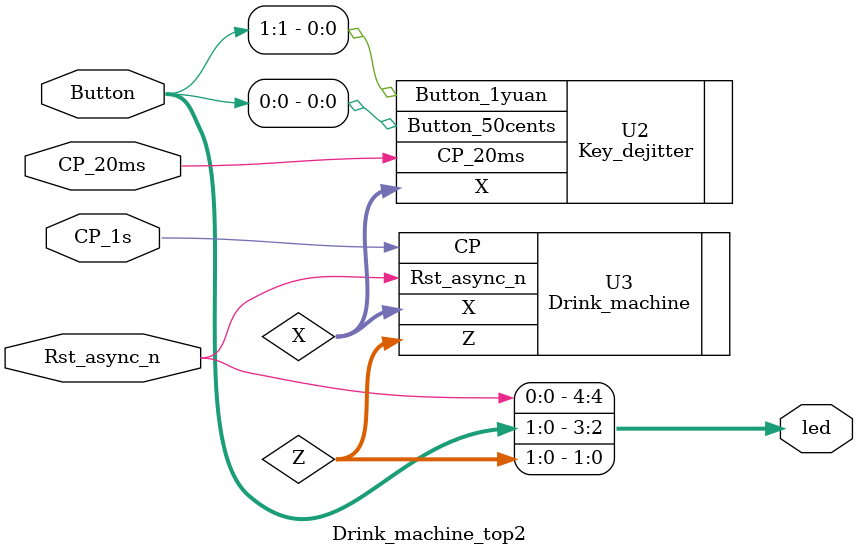
<source format=v>
module Drink_machine_top2 (
    input[1:0] Button,
    input CP_20ms,CP_1s,
    //input CP_20ms,CP_1s,
    input Rst_async_n,
    output[4:0] led
);
    wire[1:0] X;
    wire[1:0] Z;
    assign led={Rst_async_n,Button,Z};

    //对按键进行消抖
    Key_dejitter U2(.CP_20ms(CP_20ms),.Button_50cents(Button[0]),.Button_1yuan(Button[1]),.X(X));

    //饮料机
    Drink_machine U3(.CP(CP_1s),.Rst_async_n(Rst_async_n),.X(X),.Z(Z));
    
endmodule
</source>
